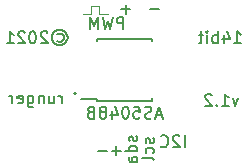
<source format=gbo>
G04 #@! TF.GenerationSoftware,KiCad,Pcbnew,(5.1.6-0-10_14)*
G04 #@! TF.CreationDate,2021-04-09T22:44:30+02:00*
G04 #@! TF.ProjectId,Encoder,456e636f-6465-4722-9e6b-696361645f70,1.1*
G04 #@! TF.SameCoordinates,Original*
G04 #@! TF.FileFunction,Legend,Bot*
G04 #@! TF.FilePolarity,Positive*
%FSLAX46Y46*%
G04 Gerber Fmt 4.6, Leading zero omitted, Abs format (unit mm)*
G04 Created by KiCad (PCBNEW (5.1.6-0-10_14)) date 2021-04-09 22:44:30*
%MOMM*%
%LPD*%
G01*
G04 APERTURE LIST*
%ADD10C,0.120000*%
%ADD11C,0.150000*%
G04 APERTURE END LIST*
D10*
X115063000Y-88567000D02*
X115763000Y-88567000D01*
X115063000Y-87942000D02*
X115063000Y-88567000D01*
X114363000Y-87942000D02*
X115063000Y-87942000D01*
X114363000Y-88567000D02*
X114363000Y-87942000D01*
X113688000Y-88567000D02*
X114363000Y-88567000D01*
D11*
X120307047Y-97161666D02*
X119830857Y-97161666D01*
X120402285Y-97447380D02*
X120068952Y-96447380D01*
X119735619Y-97447380D01*
X119449904Y-97399761D02*
X119307047Y-97447380D01*
X119068952Y-97447380D01*
X118973714Y-97399761D01*
X118926095Y-97352142D01*
X118878476Y-97256904D01*
X118878476Y-97161666D01*
X118926095Y-97066428D01*
X118973714Y-97018809D01*
X119068952Y-96971190D01*
X119259428Y-96923571D01*
X119354666Y-96875952D01*
X119402285Y-96828333D01*
X119449904Y-96733095D01*
X119449904Y-96637857D01*
X119402285Y-96542619D01*
X119354666Y-96495000D01*
X119259428Y-96447380D01*
X119021333Y-96447380D01*
X118878476Y-96495000D01*
X117973714Y-96447380D02*
X118449904Y-96447380D01*
X118497523Y-96923571D01*
X118449904Y-96875952D01*
X118354666Y-96828333D01*
X118116571Y-96828333D01*
X118021333Y-96875952D01*
X117973714Y-96923571D01*
X117926095Y-97018809D01*
X117926095Y-97256904D01*
X117973714Y-97352142D01*
X118021333Y-97399761D01*
X118116571Y-97447380D01*
X118354666Y-97447380D01*
X118449904Y-97399761D01*
X118497523Y-97352142D01*
X117307047Y-96447380D02*
X117211809Y-96447380D01*
X117116571Y-96495000D01*
X117068952Y-96542619D01*
X117021333Y-96637857D01*
X116973714Y-96828333D01*
X116973714Y-97066428D01*
X117021333Y-97256904D01*
X117068952Y-97352142D01*
X117116571Y-97399761D01*
X117211809Y-97447380D01*
X117307047Y-97447380D01*
X117402285Y-97399761D01*
X117449904Y-97352142D01*
X117497523Y-97256904D01*
X117545142Y-97066428D01*
X117545142Y-96828333D01*
X117497523Y-96637857D01*
X117449904Y-96542619D01*
X117402285Y-96495000D01*
X117307047Y-96447380D01*
X116116571Y-96780714D02*
X116116571Y-97447380D01*
X116354666Y-96399761D02*
X116592761Y-97114047D01*
X115973714Y-97114047D01*
X115449904Y-96875952D02*
X115545142Y-96828333D01*
X115592761Y-96780714D01*
X115640380Y-96685476D01*
X115640380Y-96637857D01*
X115592761Y-96542619D01*
X115545142Y-96495000D01*
X115449904Y-96447380D01*
X115259428Y-96447380D01*
X115164190Y-96495000D01*
X115116571Y-96542619D01*
X115068952Y-96637857D01*
X115068952Y-96685476D01*
X115116571Y-96780714D01*
X115164190Y-96828333D01*
X115259428Y-96875952D01*
X115449904Y-96875952D01*
X115545142Y-96923571D01*
X115592761Y-96971190D01*
X115640380Y-97066428D01*
X115640380Y-97256904D01*
X115592761Y-97352142D01*
X115545142Y-97399761D01*
X115449904Y-97447380D01*
X115259428Y-97447380D01*
X115164190Y-97399761D01*
X115116571Y-97352142D01*
X115068952Y-97256904D01*
X115068952Y-97066428D01*
X115116571Y-96971190D01*
X115164190Y-96923571D01*
X115259428Y-96875952D01*
X114307047Y-96923571D02*
X114164190Y-96971190D01*
X114116571Y-97018809D01*
X114068952Y-97114047D01*
X114068952Y-97256904D01*
X114116571Y-97352142D01*
X114164190Y-97399761D01*
X114259428Y-97447380D01*
X114640380Y-97447380D01*
X114640380Y-96447380D01*
X114307047Y-96447380D01*
X114211809Y-96495000D01*
X114164190Y-96542619D01*
X114116571Y-96637857D01*
X114116571Y-96733095D01*
X114164190Y-96828333D01*
X114211809Y-96875952D01*
X114307047Y-96923571D01*
X114640380Y-96923571D01*
X112988000Y-95269142D02*
X113035619Y-95316761D01*
X112988000Y-95364380D01*
X112940380Y-95316761D01*
X112988000Y-95269142D01*
X112988000Y-95364380D01*
X118192761Y-98942952D02*
X118240380Y-99038190D01*
X118240380Y-99228666D01*
X118192761Y-99323904D01*
X118097523Y-99371523D01*
X118049904Y-99371523D01*
X117954666Y-99323904D01*
X117907047Y-99228666D01*
X117907047Y-99085809D01*
X117859428Y-98990571D01*
X117764190Y-98942952D01*
X117716571Y-98942952D01*
X117621333Y-98990571D01*
X117573714Y-99085809D01*
X117573714Y-99228666D01*
X117621333Y-99323904D01*
X118240380Y-100228666D02*
X117240380Y-100228666D01*
X118192761Y-100228666D02*
X118240380Y-100133428D01*
X118240380Y-99942952D01*
X118192761Y-99847714D01*
X118145142Y-99800095D01*
X118049904Y-99752476D01*
X117764190Y-99752476D01*
X117668952Y-99800095D01*
X117621333Y-99847714D01*
X117573714Y-99942952D01*
X117573714Y-100133428D01*
X117621333Y-100228666D01*
X118240380Y-101133428D02*
X117716571Y-101133428D01*
X117621333Y-101085809D01*
X117573714Y-100990571D01*
X117573714Y-100800095D01*
X117621333Y-100704857D01*
X118192761Y-101133428D02*
X118240380Y-101038190D01*
X118240380Y-100800095D01*
X118192761Y-100704857D01*
X118097523Y-100657238D01*
X118002285Y-100657238D01*
X117907047Y-100704857D01*
X117859428Y-100800095D01*
X117859428Y-101038190D01*
X117811809Y-101133428D01*
X119592761Y-99107238D02*
X119640380Y-99202476D01*
X119640380Y-99392952D01*
X119592761Y-99488190D01*
X119497523Y-99535809D01*
X119449904Y-99535809D01*
X119354666Y-99488190D01*
X119307047Y-99392952D01*
X119307047Y-99250095D01*
X119259428Y-99154857D01*
X119164190Y-99107238D01*
X119116571Y-99107238D01*
X119021333Y-99154857D01*
X118973714Y-99250095D01*
X118973714Y-99392952D01*
X119021333Y-99488190D01*
X119592761Y-100392952D02*
X119640380Y-100297714D01*
X119640380Y-100107238D01*
X119592761Y-100012000D01*
X119545142Y-99964380D01*
X119449904Y-99916761D01*
X119164190Y-99916761D01*
X119068952Y-99964380D01*
X119021333Y-100012000D01*
X118973714Y-100107238D01*
X118973714Y-100297714D01*
X119021333Y-100392952D01*
X119640380Y-100964380D02*
X119592761Y-100869142D01*
X119497523Y-100821523D01*
X118640380Y-100821523D01*
X115668952Y-100183428D02*
X114907047Y-100183428D01*
X116868952Y-100183428D02*
X116107047Y-100183428D01*
X116488000Y-100564380D02*
X116488000Y-99802476D01*
X120068952Y-88183428D02*
X119307047Y-88183428D01*
X117668952Y-88183428D02*
X116907047Y-88183428D01*
X117288000Y-88564380D02*
X117288000Y-87802476D01*
X111502285Y-90302476D02*
X111597523Y-90254857D01*
X111788000Y-90254857D01*
X111883238Y-90302476D01*
X111978476Y-90397714D01*
X112026095Y-90492952D01*
X112026095Y-90683428D01*
X111978476Y-90778666D01*
X111883238Y-90873904D01*
X111788000Y-90921523D01*
X111597523Y-90921523D01*
X111502285Y-90873904D01*
X111692761Y-89921523D02*
X111930857Y-89969142D01*
X112168952Y-90112000D01*
X112311809Y-90350095D01*
X112359428Y-90588190D01*
X112311809Y-90826285D01*
X112168952Y-91064380D01*
X111930857Y-91207238D01*
X111692761Y-91254857D01*
X111454666Y-91207238D01*
X111216571Y-91064380D01*
X111073714Y-90826285D01*
X111026095Y-90588190D01*
X111073714Y-90350095D01*
X111216571Y-90112000D01*
X111454666Y-89969142D01*
X111692761Y-89921523D01*
X110645142Y-90159619D02*
X110597523Y-90112000D01*
X110502285Y-90064380D01*
X110264190Y-90064380D01*
X110168952Y-90112000D01*
X110121333Y-90159619D01*
X110073714Y-90254857D01*
X110073714Y-90350095D01*
X110121333Y-90492952D01*
X110692761Y-91064380D01*
X110073714Y-91064380D01*
X109454666Y-90064380D02*
X109359428Y-90064380D01*
X109264190Y-90112000D01*
X109216571Y-90159619D01*
X109168952Y-90254857D01*
X109121333Y-90445333D01*
X109121333Y-90683428D01*
X109168952Y-90873904D01*
X109216571Y-90969142D01*
X109264190Y-91016761D01*
X109359428Y-91064380D01*
X109454666Y-91064380D01*
X109549904Y-91016761D01*
X109597523Y-90969142D01*
X109645142Y-90873904D01*
X109692761Y-90683428D01*
X109692761Y-90445333D01*
X109645142Y-90254857D01*
X109597523Y-90159619D01*
X109549904Y-90112000D01*
X109454666Y-90064380D01*
X108740380Y-90159619D02*
X108692761Y-90112000D01*
X108597523Y-90064380D01*
X108359428Y-90064380D01*
X108264190Y-90112000D01*
X108216571Y-90159619D01*
X108168952Y-90254857D01*
X108168952Y-90350095D01*
X108216571Y-90492952D01*
X108788000Y-91064380D01*
X108168952Y-91064380D01*
X107216571Y-91064380D02*
X107788000Y-91064380D01*
X107502285Y-91064380D02*
X107502285Y-90064380D01*
X107597523Y-90207238D01*
X107692761Y-90302476D01*
X107788000Y-90350095D01*
X111854666Y-96164380D02*
X111854666Y-95497714D01*
X111854666Y-95688190D02*
X111807047Y-95592952D01*
X111759428Y-95545333D01*
X111664190Y-95497714D01*
X111568952Y-95497714D01*
X110807047Y-95497714D02*
X110807047Y-96164380D01*
X111235619Y-95497714D02*
X111235619Y-96021523D01*
X111188000Y-96116761D01*
X111092761Y-96164380D01*
X110949904Y-96164380D01*
X110854666Y-96116761D01*
X110807047Y-96069142D01*
X110330857Y-95497714D02*
X110330857Y-96164380D01*
X110330857Y-95592952D02*
X110283238Y-95545333D01*
X110188000Y-95497714D01*
X110045142Y-95497714D01*
X109949904Y-95545333D01*
X109902285Y-95640571D01*
X109902285Y-96164380D01*
X108997523Y-95497714D02*
X108997523Y-96307238D01*
X109045142Y-96402476D01*
X109092761Y-96450095D01*
X109188000Y-96497714D01*
X109330857Y-96497714D01*
X109426095Y-96450095D01*
X108997523Y-96116761D02*
X109092761Y-96164380D01*
X109283238Y-96164380D01*
X109378476Y-96116761D01*
X109426095Y-96069142D01*
X109473714Y-95973904D01*
X109473714Y-95688190D01*
X109426095Y-95592952D01*
X109378476Y-95545333D01*
X109283238Y-95497714D01*
X109092761Y-95497714D01*
X108997523Y-95545333D01*
X108140380Y-96116761D02*
X108235619Y-96164380D01*
X108426095Y-96164380D01*
X108521333Y-96116761D01*
X108568952Y-96021523D01*
X108568952Y-95640571D01*
X108521333Y-95545333D01*
X108426095Y-95497714D01*
X108235619Y-95497714D01*
X108140380Y-95545333D01*
X108092761Y-95640571D01*
X108092761Y-95735809D01*
X108568952Y-95831047D01*
X107664190Y-96164380D02*
X107664190Y-95497714D01*
X107664190Y-95688190D02*
X107616571Y-95592952D01*
X107568952Y-95545333D01*
X107473714Y-95497714D01*
X107378476Y-95497714D01*
X117092761Y-89864380D02*
X117092761Y-88864380D01*
X116711809Y-88864380D01*
X116616571Y-88912000D01*
X116568952Y-88959619D01*
X116521333Y-89054857D01*
X116521333Y-89197714D01*
X116568952Y-89292952D01*
X116616571Y-89340571D01*
X116711809Y-89388190D01*
X117092761Y-89388190D01*
X116188000Y-88864380D02*
X115949904Y-89864380D01*
X115759428Y-89150095D01*
X115568952Y-89864380D01*
X115330857Y-88864380D01*
X114949904Y-89864380D02*
X114949904Y-88864380D01*
X114616571Y-89578666D01*
X114283238Y-88864380D01*
X114283238Y-89864380D01*
X122264190Y-99864380D02*
X122264190Y-98864380D01*
X121835619Y-98959619D02*
X121788000Y-98912000D01*
X121692761Y-98864380D01*
X121454666Y-98864380D01*
X121359428Y-98912000D01*
X121311809Y-98959619D01*
X121264190Y-99054857D01*
X121264190Y-99150095D01*
X121311809Y-99292952D01*
X121883238Y-99864380D01*
X121264190Y-99864380D01*
X120264190Y-99769142D02*
X120311809Y-99816761D01*
X120454666Y-99864380D01*
X120549904Y-99864380D01*
X120692761Y-99816761D01*
X120788000Y-99721523D01*
X120835619Y-99626285D01*
X120883238Y-99435809D01*
X120883238Y-99292952D01*
X120835619Y-99102476D01*
X120788000Y-99007238D01*
X120692761Y-98912000D01*
X120549904Y-98864380D01*
X120454666Y-98864380D01*
X120311809Y-98912000D01*
X120264190Y-98959619D01*
X126454666Y-91064380D02*
X127026095Y-91064380D01*
X126740380Y-91064380D02*
X126740380Y-90064380D01*
X126835619Y-90207238D01*
X126930857Y-90302476D01*
X127026095Y-90350095D01*
X125597523Y-90397714D02*
X125597523Y-91064380D01*
X125835619Y-90016761D02*
X126073714Y-90731047D01*
X125454666Y-90731047D01*
X125073714Y-91064380D02*
X125073714Y-90064380D01*
X125073714Y-90445333D02*
X124978476Y-90397714D01*
X124788000Y-90397714D01*
X124692761Y-90445333D01*
X124645142Y-90492952D01*
X124597523Y-90588190D01*
X124597523Y-90873904D01*
X124645142Y-90969142D01*
X124692761Y-91016761D01*
X124788000Y-91064380D01*
X124978476Y-91064380D01*
X125073714Y-91016761D01*
X124168952Y-91064380D02*
X124168952Y-90397714D01*
X124168952Y-90064380D02*
X124216571Y-90112000D01*
X124168952Y-90159619D01*
X124121333Y-90112000D01*
X124168952Y-90064380D01*
X124168952Y-90159619D01*
X123835619Y-90397714D02*
X123454666Y-90397714D01*
X123692761Y-90064380D02*
X123692761Y-90921523D01*
X123645142Y-91016761D01*
X123549904Y-91064380D01*
X123454666Y-91064380D01*
X126816571Y-95697714D02*
X126578476Y-96364380D01*
X126340380Y-95697714D01*
X125435619Y-96364380D02*
X126007047Y-96364380D01*
X125721333Y-96364380D02*
X125721333Y-95364380D01*
X125816571Y-95507238D01*
X125911809Y-95602476D01*
X126007047Y-95650095D01*
X125007047Y-96269142D02*
X124959428Y-96316761D01*
X125007047Y-96364380D01*
X125054666Y-96316761D01*
X125007047Y-96269142D01*
X125007047Y-96364380D01*
X124578476Y-95459619D02*
X124530857Y-95412000D01*
X124435619Y-95364380D01*
X124197523Y-95364380D01*
X124102285Y-95412000D01*
X124054666Y-95459619D01*
X124007047Y-95554857D01*
X124007047Y-95650095D01*
X124054666Y-95792952D01*
X124626095Y-96364380D01*
X124007047Y-96364380D01*
X114863000Y-95937000D02*
X114863000Y-95812000D01*
X119513000Y-95937000D02*
X119513000Y-95712000D01*
X119513000Y-90687000D02*
X119513000Y-90912000D01*
X114863000Y-90687000D02*
X114863000Y-90912000D01*
X114863000Y-95937000D02*
X119513000Y-95937000D01*
X114863000Y-90687000D02*
X119513000Y-90687000D01*
X114863000Y-95812000D02*
X113513000Y-95812000D01*
M02*

</source>
